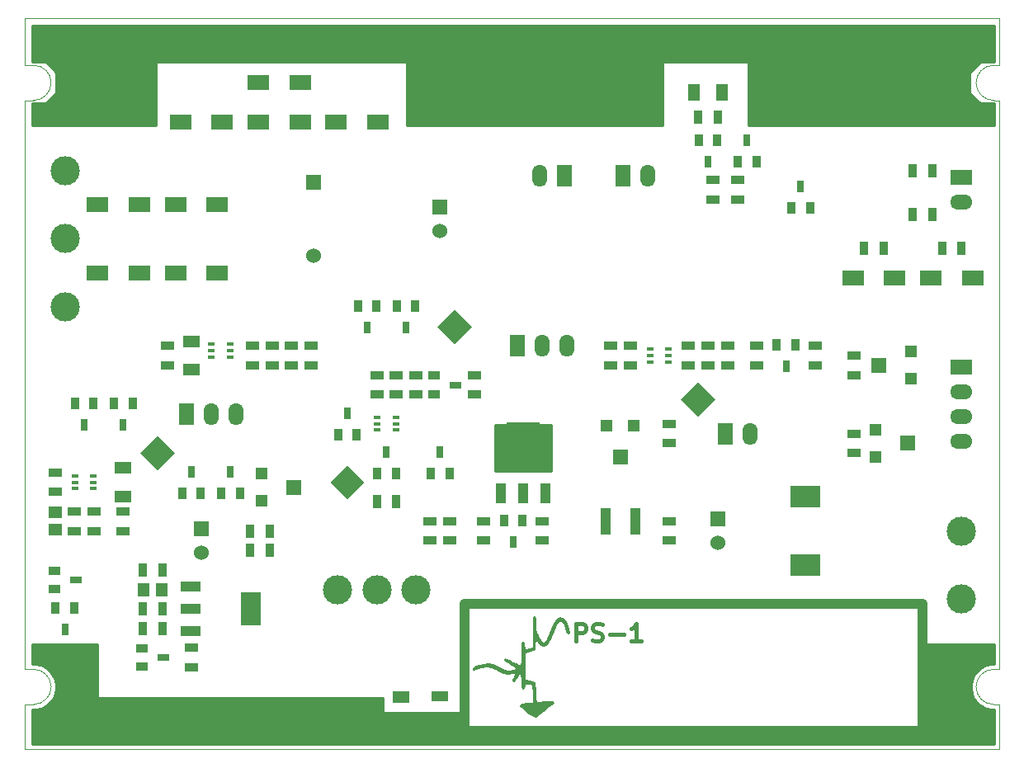
<source format=gts>
%FSLAX34Y34*%
G04 Gerber Fmt 3.4, Leading zero omitted, Abs format*
G04 (created by PCBNEW (2014-03-14 BZR 4748)-product) date Mon 17 Mar 2014 11:54:22 PM EDT*
%MOIN*%
G01*
G70*
G90*
G04 APERTURE LIST*
%ADD10C,0.005906*%
%ADD11C,0.003937*%
%ADD12C,0.039370*%
%ADD13C,0.017717*%
%ADD14C,0.000100*%
%ADD15R,0.090000X0.060000*%
%ADD16O,0.090000X0.060000*%
%ADD17C,0.118110*%
%ADD18R,0.029528X0.015748*%
%ADD19R,0.060000X0.060000*%
%ADD20C,0.060000*%
%ADD21R,0.060000X0.090000*%
%ADD22O,0.060000X0.090000*%
%ADD23R,0.035433X0.051181*%
%ADD24R,0.031496X0.051181*%
%ADD25R,0.051181X0.035433*%
%ADD26R,0.051181X0.031496*%
%ADD27R,0.057087X0.037402*%
%ADD28R,0.037402X0.057087*%
%ADD29R,0.043307X0.106299*%
%ADD30R,0.070866X0.047244*%
%ADD31R,0.124016X0.086614*%
%ADD32R,0.090551X0.059055*%
%ADD33R,0.082677X0.043307*%
%ADD34R,0.082677X0.137795*%
%ADD35R,0.043307X0.082677*%
%ADD36R,0.137795X0.082677*%
%ADD37R,0.047244X0.070866*%
%ADD38R,0.047244X0.047244*%
%ADD39R,0.059055X0.062992*%
%ADD40R,0.062992X0.059055*%
%ADD41R,0.070866X0.041339*%
%ADD42R,0.045276X0.057087*%
%ADD43R,0.057087X0.045276*%
%ADD44C,0.010000*%
G04 APERTURE END LIST*
G54D10*
G54D11*
X88543Y-24488D02*
X88543Y-22598D01*
X88307Y-24488D02*
X88543Y-24488D01*
X88307Y-24488D02*
G75*
G03X87598Y-25196I0J-708D01*
G74*
G01*
X87598Y-25196D02*
G75*
G03X88307Y-25905I708J0D01*
G74*
G01*
X88543Y-25905D02*
X88307Y-25905D01*
X88543Y-48897D02*
X88543Y-25905D01*
X88307Y-48897D02*
X88543Y-48897D01*
X88307Y-48897D02*
G75*
G03X87598Y-49606I0J-708D01*
G74*
G01*
X87598Y-49606D02*
G75*
G03X88307Y-50314I708J0D01*
G74*
G01*
X88543Y-50314D02*
X88307Y-50314D01*
X88543Y-52125D02*
X88543Y-50314D01*
X49173Y-50314D02*
X49173Y-52125D01*
X49527Y-50314D02*
X49173Y-50314D01*
X49527Y-50314D02*
G75*
G03X50236Y-49606I0J708D01*
G74*
G01*
X50236Y-49606D02*
G75*
G03X49527Y-48897I-708J0D01*
G74*
G01*
X49173Y-48897D02*
X49527Y-48897D01*
X49173Y-25905D02*
X49173Y-48897D01*
X49527Y-25905D02*
X49173Y-25905D01*
X49527Y-25905D02*
G75*
G03X50236Y-25196I0J708D01*
G74*
G01*
X50236Y-25196D02*
G75*
G03X49527Y-24488I-708J0D01*
G74*
G01*
X49173Y-24488D02*
X49527Y-24488D01*
X49173Y-22598D02*
X49173Y-24488D01*
X88543Y-52125D02*
X49173Y-52125D01*
X49173Y-22598D02*
X88543Y-22598D01*
G54D12*
X66929Y-51377D02*
X66929Y-46259D01*
X85433Y-51377D02*
X66929Y-51377D01*
X85433Y-46259D02*
X85433Y-51377D01*
X66929Y-46259D02*
X85433Y-46259D01*
G54D13*
X71428Y-47761D02*
X71428Y-47052D01*
X71698Y-47052D01*
X71766Y-47086D01*
X71799Y-47120D01*
X71833Y-47187D01*
X71833Y-47289D01*
X71799Y-47356D01*
X71766Y-47390D01*
X71698Y-47424D01*
X71428Y-47424D01*
X72103Y-47727D02*
X72204Y-47761D01*
X72373Y-47761D01*
X72440Y-47727D01*
X72474Y-47694D01*
X72508Y-47626D01*
X72508Y-47559D01*
X72474Y-47491D01*
X72440Y-47457D01*
X72373Y-47424D01*
X72238Y-47390D01*
X72170Y-47356D01*
X72137Y-47322D01*
X72103Y-47255D01*
X72103Y-47187D01*
X72137Y-47120D01*
X72170Y-47086D01*
X72238Y-47052D01*
X72407Y-47052D01*
X72508Y-47086D01*
X72812Y-47491D02*
X73352Y-47491D01*
X74060Y-47761D02*
X73655Y-47761D01*
X73858Y-47761D02*
X73858Y-47052D01*
X73790Y-47154D01*
X73723Y-47221D01*
X73655Y-47255D01*
G54D14*
G36*
X71191Y-47407D02*
X71171Y-47471D01*
X71125Y-47489D01*
X71075Y-47463D01*
X71040Y-47395D01*
X71039Y-47393D01*
X71002Y-47253D01*
X70954Y-47124D01*
X70903Y-47024D01*
X70869Y-46980D01*
X70826Y-46958D01*
X70783Y-46980D01*
X70741Y-47025D01*
X70683Y-47111D01*
X70627Y-47224D01*
X70608Y-47274D01*
X70564Y-47386D01*
X70503Y-47528D01*
X70439Y-47669D01*
X70437Y-47673D01*
X70342Y-47837D01*
X70246Y-47936D01*
X70146Y-47968D01*
X70040Y-47935D01*
X69929Y-47837D01*
X69915Y-47820D01*
X69827Y-47717D01*
X69817Y-47924D01*
X69808Y-48131D01*
X69599Y-48197D01*
X69391Y-48264D01*
X69391Y-48787D01*
X69391Y-49311D01*
X69483Y-49333D01*
X69580Y-49357D01*
X69690Y-49385D01*
X69695Y-49386D01*
X69815Y-49418D01*
X69832Y-49802D01*
X69840Y-49956D01*
X69849Y-50083D01*
X69858Y-50170D01*
X69865Y-50203D01*
X69904Y-50208D01*
X69992Y-50205D01*
X70115Y-50196D01*
X70178Y-50191D01*
X70344Y-50176D01*
X70455Y-50173D01*
X70520Y-50183D01*
X70551Y-50206D01*
X70558Y-50237D01*
X70532Y-50275D01*
X70465Y-50343D01*
X70367Y-50430D01*
X70250Y-50529D01*
X70125Y-50628D01*
X70005Y-50720D01*
X69902Y-50793D01*
X69826Y-50840D01*
X69795Y-50851D01*
X69747Y-50832D01*
X69660Y-50779D01*
X69547Y-50703D01*
X69448Y-50630D01*
X69323Y-50529D01*
X69227Y-50442D01*
X69169Y-50377D01*
X69158Y-50351D01*
X69190Y-50305D01*
X69283Y-50272D01*
X69435Y-50255D01*
X69549Y-50252D01*
X69691Y-50251D01*
X69691Y-49903D01*
X69689Y-49758D01*
X69683Y-49640D01*
X69674Y-49563D01*
X69666Y-49541D01*
X69619Y-49526D01*
X69536Y-49508D01*
X69516Y-49504D01*
X69435Y-49493D01*
X69399Y-49507D01*
X69391Y-49558D01*
X69391Y-49584D01*
X69374Y-49660D01*
X69334Y-49711D01*
X69287Y-49720D01*
X69271Y-49709D01*
X69262Y-49671D01*
X69250Y-49581D01*
X69238Y-49455D01*
X69231Y-49364D01*
X69208Y-49035D01*
X69097Y-49226D01*
X69015Y-49350D01*
X68948Y-49411D01*
X68922Y-49418D01*
X68869Y-49395D01*
X68863Y-49332D01*
X68902Y-49237D01*
X68924Y-49201D01*
X68975Y-49118D01*
X68980Y-49078D01*
X68933Y-49075D01*
X68852Y-49093D01*
X68685Y-49109D01*
X68504Y-49069D01*
X68302Y-48974D01*
X68253Y-48945D01*
X68041Y-48850D01*
X67822Y-48820D01*
X67594Y-48857D01*
X67524Y-48881D01*
X67395Y-48928D01*
X67315Y-48946D01*
X67273Y-48938D01*
X67258Y-48901D01*
X67258Y-48883D01*
X67290Y-48819D01*
X67388Y-48761D01*
X67547Y-48708D01*
X67700Y-48675D01*
X67904Y-48659D01*
X68099Y-48694D01*
X68302Y-48783D01*
X68373Y-48824D01*
X68488Y-48885D01*
X68603Y-48929D01*
X68661Y-48943D01*
X68754Y-48944D01*
X68854Y-48930D01*
X68941Y-48905D01*
X68997Y-48875D01*
X69005Y-48848D01*
X68968Y-48818D01*
X68887Y-48770D01*
X68778Y-48711D01*
X68755Y-48700D01*
X68626Y-48630D01*
X68552Y-48574D01*
X68525Y-48526D01*
X68524Y-48517D01*
X68535Y-48471D01*
X68574Y-48456D01*
X68647Y-48472D01*
X68761Y-48522D01*
X68913Y-48601D01*
X69034Y-48666D01*
X69132Y-48717D01*
X69193Y-48746D01*
X69206Y-48751D01*
X69213Y-48720D01*
X69219Y-48633D01*
X69225Y-48503D01*
X69230Y-48342D01*
X69232Y-48260D01*
X69236Y-48069D01*
X69241Y-47935D01*
X69248Y-47848D01*
X69259Y-47798D01*
X69275Y-47775D01*
X69299Y-47768D01*
X69308Y-47768D01*
X69349Y-47779D01*
X69372Y-47821D01*
X69383Y-47913D01*
X69384Y-47926D01*
X69394Y-48018D01*
X69407Y-48076D01*
X69414Y-48084D01*
X69455Y-48076D01*
X69535Y-48054D01*
X69562Y-48046D01*
X69691Y-48007D01*
X69691Y-47379D01*
X69691Y-47160D01*
X69693Y-46999D01*
X69696Y-46887D01*
X69703Y-46815D01*
X69714Y-46774D01*
X69729Y-46756D01*
X69751Y-46751D01*
X69758Y-46751D01*
X69790Y-46757D01*
X69810Y-46782D01*
X69820Y-46840D01*
X69824Y-46944D01*
X69824Y-47026D01*
X69828Y-47181D01*
X69843Y-47297D01*
X69876Y-47402D01*
X69919Y-47501D01*
X69980Y-47615D01*
X70041Y-47711D01*
X70083Y-47762D01*
X70134Y-47801D01*
X70172Y-47795D01*
X70218Y-47750D01*
X70258Y-47689D01*
X70311Y-47582D01*
X70370Y-47447D01*
X70407Y-47353D01*
X70510Y-47110D01*
X70611Y-46935D01*
X70712Y-46825D01*
X70812Y-46782D01*
X70912Y-46806D01*
X71004Y-46886D01*
X71070Y-46993D01*
X71131Y-47136D01*
X71175Y-47285D01*
X71191Y-47407D01*
X71191Y-47407D01*
X71191Y-47407D01*
G37*
G54D15*
X87007Y-29027D03*
G54D16*
X87007Y-30027D03*
G54D17*
X64960Y-45669D03*
X63385Y-45669D03*
X61811Y-45669D03*
G54D18*
X51200Y-41338D03*
X51948Y-41594D03*
X51948Y-41082D03*
X51948Y-41338D03*
X51200Y-41082D03*
X51200Y-41594D03*
G54D19*
X60826Y-29232D03*
G54D20*
X60826Y-32184D03*
G54D21*
X55692Y-38582D03*
G54D22*
X56692Y-38582D03*
X57692Y-38582D03*
G54D15*
X87007Y-36688D03*
G54D16*
X87007Y-37688D03*
X87007Y-38688D03*
X87007Y-39688D03*
G54D21*
X77452Y-39370D03*
G54D22*
X78452Y-39370D03*
G54D21*
X69078Y-35826D03*
G54D22*
X70078Y-35826D03*
X71078Y-35826D03*
G54D21*
X73318Y-28937D03*
G54D22*
X74318Y-28937D03*
G54D21*
X70972Y-28937D03*
G54D22*
X69972Y-28937D03*
G54D18*
X75177Y-36220D03*
X74429Y-35964D03*
X74429Y-36476D03*
X74429Y-36220D03*
X75177Y-36476D03*
X75177Y-35964D03*
X64153Y-38976D03*
X63405Y-38720D03*
X63405Y-39232D03*
X63405Y-38976D03*
X64153Y-39232D03*
X64153Y-38720D03*
X57460Y-36023D03*
X56712Y-35767D03*
X56712Y-36279D03*
X56712Y-36023D03*
X57460Y-36279D03*
X57460Y-35767D03*
G54D19*
X77165Y-42815D03*
G54D20*
X77165Y-43799D03*
G54D23*
X55531Y-41771D03*
X56279Y-41771D03*
G54D24*
X55905Y-40905D03*
G54D23*
X61830Y-39409D03*
X62578Y-39409D03*
G54D24*
X62204Y-38543D03*
G54D23*
X57106Y-41771D03*
X57854Y-41771D03*
G54D24*
X57480Y-40905D03*
G54D17*
X50787Y-28740D03*
X50787Y-31496D03*
X50787Y-34251D03*
X87007Y-43307D03*
X87007Y-46062D03*
G54D23*
X63405Y-40984D03*
X64153Y-40984D03*
G54D24*
X63779Y-40118D03*
G54D25*
X65708Y-37027D03*
X65708Y-37775D03*
G54D26*
X66574Y-37401D03*
G54D23*
X65570Y-40984D03*
X66318Y-40984D03*
G54D24*
X65944Y-40118D03*
G54D23*
X80295Y-35787D03*
X79547Y-35787D03*
G54D24*
X79921Y-36653D03*
G54D27*
X58366Y-35826D03*
X58366Y-36614D03*
X59153Y-35826D03*
X59153Y-36614D03*
X60728Y-35826D03*
X60728Y-36614D03*
X59940Y-35826D03*
X59940Y-36614D03*
X64173Y-37007D03*
X64173Y-37795D03*
G54D28*
X59055Y-44094D03*
X58267Y-44094D03*
X64173Y-42125D03*
X63385Y-42125D03*
G54D27*
X67716Y-43700D03*
X67716Y-42913D03*
X81102Y-35826D03*
X81102Y-36614D03*
G54D28*
X85826Y-28740D03*
X85039Y-28740D03*
X85826Y-30511D03*
X85039Y-30511D03*
X86220Y-31889D03*
X87007Y-31889D03*
G54D29*
X72637Y-42913D03*
X73818Y-42913D03*
G54D27*
X73622Y-35826D03*
X73622Y-36614D03*
X70078Y-43700D03*
X70078Y-42913D03*
X54921Y-35826D03*
X54921Y-36614D03*
X66338Y-42913D03*
X66338Y-43700D03*
X72834Y-35826D03*
X72834Y-36614D03*
X78740Y-36614D03*
X78740Y-35826D03*
X76771Y-35826D03*
X76771Y-36614D03*
X75984Y-35826D03*
X75984Y-36614D03*
G54D30*
X55905Y-35649D03*
X55905Y-36791D03*
G54D31*
X80708Y-41929D03*
X80708Y-44685D03*
G54D23*
X64940Y-34212D03*
X64192Y-34212D03*
G54D24*
X64566Y-35078D03*
G54D27*
X67322Y-37007D03*
X67322Y-37795D03*
X82677Y-37007D03*
X82677Y-36220D03*
X82677Y-39370D03*
X82677Y-40157D03*
G54D32*
X57145Y-26771D03*
X55452Y-26771D03*
X60295Y-26771D03*
X58602Y-26771D03*
X63444Y-26771D03*
X61751Y-26771D03*
X58602Y-25196D03*
X60295Y-25196D03*
X85767Y-33070D03*
X87460Y-33070D03*
G54D33*
X55866Y-45551D03*
X55866Y-46456D03*
X55866Y-47362D03*
G54D34*
X58307Y-46456D03*
G54D27*
X53149Y-43307D03*
X53149Y-42519D03*
X63385Y-37007D03*
X63385Y-37795D03*
G54D28*
X58267Y-43307D03*
X59055Y-43307D03*
G54D32*
X84311Y-33070D03*
X82618Y-33070D03*
G54D28*
X83070Y-31889D03*
X83858Y-31889D03*
G54D27*
X75196Y-42913D03*
X75196Y-43700D03*
X64960Y-37007D03*
X64960Y-37795D03*
G54D30*
X53149Y-40767D03*
X53149Y-41909D03*
G54D23*
X63366Y-34212D03*
X62618Y-34212D03*
G54D24*
X62992Y-35078D03*
G54D23*
X80137Y-30255D03*
X80885Y-30255D03*
G54D24*
X80511Y-29389D03*
G54D27*
X65551Y-42913D03*
X65551Y-43700D03*
G54D35*
X68385Y-41771D03*
X69291Y-41771D03*
X70196Y-41771D03*
G54D36*
X69291Y-39330D03*
G54D23*
X69271Y-42874D03*
X68523Y-42874D03*
G54D24*
X68897Y-43740D03*
G54D27*
X75196Y-38976D03*
X75196Y-39763D03*
X77559Y-35826D03*
X77559Y-36614D03*
G54D37*
X77342Y-25590D03*
X76200Y-25590D03*
G54D23*
X77145Y-27519D03*
X76397Y-27519D03*
G54D24*
X76771Y-28385D03*
G54D23*
X77972Y-28385D03*
X78720Y-28385D03*
G54D24*
X78346Y-27519D03*
G54D27*
X77952Y-29921D03*
X77952Y-29133D03*
X76968Y-29921D03*
X76968Y-29133D03*
G54D28*
X77165Y-26574D03*
X76377Y-26574D03*
G54D38*
X58740Y-40984D03*
X58740Y-42086D03*
G54D39*
X60019Y-41535D03*
G54D38*
X84960Y-37165D03*
X84960Y-36062D03*
G54D39*
X83681Y-36614D03*
G54D38*
X83543Y-39212D03*
X83543Y-40314D03*
G54D39*
X84822Y-39763D03*
G54D38*
X73779Y-39055D03*
X72677Y-39055D03*
G54D40*
X73228Y-40334D03*
G54D30*
X64370Y-50019D03*
X64370Y-51161D03*
G54D41*
X65944Y-50000D03*
X65944Y-51181D03*
G54D32*
X53799Y-30118D03*
X52106Y-30118D03*
X56948Y-30118D03*
X55255Y-30118D03*
X56948Y-32874D03*
X55255Y-32874D03*
X53799Y-32874D03*
X52106Y-32874D03*
G54D42*
X53976Y-45669D03*
X54685Y-45669D03*
G54D19*
X56299Y-43208D03*
G54D20*
X56299Y-44192D03*
G54D23*
X51948Y-38149D03*
X51200Y-38149D03*
G54D24*
X51574Y-39015D03*
G54D23*
X53523Y-38149D03*
X52775Y-38149D03*
G54D24*
X53149Y-39015D03*
G54D25*
X53897Y-48051D03*
X53897Y-48799D03*
G54D26*
X54763Y-48425D03*
G54D23*
X51161Y-46417D03*
X50413Y-46417D03*
G54D24*
X50787Y-47283D03*
G54D25*
X50354Y-44901D03*
X50354Y-45649D03*
G54D26*
X51220Y-45275D03*
G54D27*
X50393Y-40944D03*
X50393Y-41732D03*
G54D28*
X53937Y-46456D03*
X54724Y-46456D03*
G54D27*
X55905Y-48031D03*
X55905Y-48818D03*
G54D28*
X54724Y-47244D03*
X53937Y-47244D03*
G54D27*
X51968Y-43307D03*
X51968Y-42519D03*
X51181Y-42519D03*
X51181Y-43307D03*
G54D28*
X53937Y-44881D03*
X54724Y-44881D03*
G54D43*
X50393Y-42559D03*
X50393Y-43267D03*
G54D19*
X65944Y-30216D03*
G54D20*
X65944Y-31200D03*
G54D10*
G36*
X62204Y-42034D02*
X61508Y-41338D01*
X62204Y-40642D01*
X62900Y-41338D01*
X62204Y-42034D01*
X62204Y-42034D01*
G37*
G36*
X66535Y-35735D02*
X65839Y-35039D01*
X66535Y-34343D01*
X67231Y-35039D01*
X66535Y-35735D01*
X66535Y-35735D01*
G37*
G36*
X76377Y-38688D02*
X75681Y-37992D01*
X76377Y-37296D01*
X77073Y-37992D01*
X76377Y-38688D01*
X76377Y-38688D01*
G37*
G36*
X54527Y-40853D02*
X53831Y-40157D01*
X54527Y-39461D01*
X55223Y-40157D01*
X54527Y-40853D01*
X54527Y-40853D01*
G37*
G36*
X70422Y-40894D02*
X68160Y-40894D01*
X68160Y-39026D01*
X70422Y-39026D01*
X70422Y-40894D01*
X70422Y-40894D01*
G37*
G54D44*
X70422Y-40894D02*
X68160Y-40894D01*
X68160Y-39026D01*
X70422Y-39026D01*
X70422Y-40894D01*
G54D10*
G36*
X88335Y-26918D02*
X78396Y-26918D01*
X78396Y-24359D01*
X74950Y-24359D01*
X74950Y-26918D01*
X64616Y-26918D01*
X64616Y-24359D01*
X54477Y-24359D01*
X54477Y-26918D01*
X49459Y-26918D01*
X49459Y-26034D01*
X50020Y-26034D01*
X50443Y-25611D01*
X50443Y-24782D01*
X50020Y-24359D01*
X49459Y-24359D01*
X49459Y-22884D01*
X88335Y-22884D01*
X88335Y-24359D01*
X87774Y-24359D01*
X87351Y-24782D01*
X87351Y-25611D01*
X87774Y-26034D01*
X88335Y-26034D01*
X88335Y-26918D01*
X88335Y-26918D01*
G37*
G54D44*
X88335Y-26918D02*
X78396Y-26918D01*
X78396Y-24359D01*
X74950Y-24359D01*
X74950Y-26918D01*
X64616Y-26918D01*
X64616Y-24359D01*
X54477Y-24359D01*
X54477Y-26918D01*
X49459Y-26918D01*
X49459Y-26034D01*
X50020Y-26034D01*
X50443Y-25611D01*
X50443Y-24782D01*
X50020Y-24359D01*
X49459Y-24359D01*
X49459Y-22884D01*
X88335Y-22884D01*
X88335Y-24359D01*
X87774Y-24359D01*
X87351Y-24782D01*
X87351Y-25611D01*
X87774Y-26034D01*
X88335Y-26034D01*
X88335Y-26918D01*
G54D10*
G36*
X88335Y-51918D02*
X49459Y-51918D01*
X49459Y-50522D01*
X49611Y-50522D01*
X49819Y-50480D01*
X49985Y-50397D01*
X50110Y-50314D01*
X50235Y-50189D01*
X50318Y-50064D01*
X50339Y-50022D01*
X50361Y-49978D01*
X50443Y-49692D01*
X50443Y-49562D01*
X50402Y-49315D01*
X50317Y-49146D01*
X50153Y-48940D01*
X49987Y-48815D01*
X49818Y-48731D01*
X49571Y-48690D01*
X49459Y-48690D01*
X49459Y-47884D01*
X52115Y-47884D01*
X52115Y-50050D01*
X63650Y-50050D01*
X63650Y-50640D01*
X66879Y-50640D01*
X66879Y-51427D01*
X85483Y-51427D01*
X85483Y-50050D01*
X85640Y-50050D01*
X85640Y-47884D01*
X88335Y-47884D01*
X88335Y-48690D01*
X88223Y-48690D01*
X88015Y-48731D01*
X87846Y-48815D01*
X87640Y-48980D01*
X87516Y-49146D01*
X87432Y-49314D01*
X87390Y-49522D01*
X87390Y-49691D01*
X87473Y-50020D01*
X87559Y-50149D01*
X87683Y-50274D01*
X87847Y-50397D01*
X88015Y-50480D01*
X88223Y-50522D01*
X88335Y-50522D01*
X88335Y-51918D01*
X88335Y-51918D01*
G37*
G54D44*
X88335Y-51918D02*
X49459Y-51918D01*
X49459Y-50522D01*
X49611Y-50522D01*
X49819Y-50480D01*
X49985Y-50397D01*
X50110Y-50314D01*
X50235Y-50189D01*
X50318Y-50064D01*
X50339Y-50022D01*
X50361Y-49978D01*
X50443Y-49692D01*
X50443Y-49562D01*
X50402Y-49315D01*
X50317Y-49146D01*
X50153Y-48940D01*
X49987Y-48815D01*
X49818Y-48731D01*
X49571Y-48690D01*
X49459Y-48690D01*
X49459Y-47884D01*
X52115Y-47884D01*
X52115Y-50050D01*
X63650Y-50050D01*
X63650Y-50640D01*
X66879Y-50640D01*
X66879Y-51427D01*
X85483Y-51427D01*
X85483Y-50050D01*
X85640Y-50050D01*
X85640Y-47884D01*
X88335Y-47884D01*
X88335Y-48690D01*
X88223Y-48690D01*
X88015Y-48731D01*
X87846Y-48815D01*
X87640Y-48980D01*
X87516Y-49146D01*
X87432Y-49314D01*
X87390Y-49522D01*
X87390Y-49691D01*
X87473Y-50020D01*
X87559Y-50149D01*
X87683Y-50274D01*
X87847Y-50397D01*
X88015Y-50480D01*
X88223Y-50522D01*
X88335Y-50522D01*
X88335Y-51918D01*
M02*

</source>
